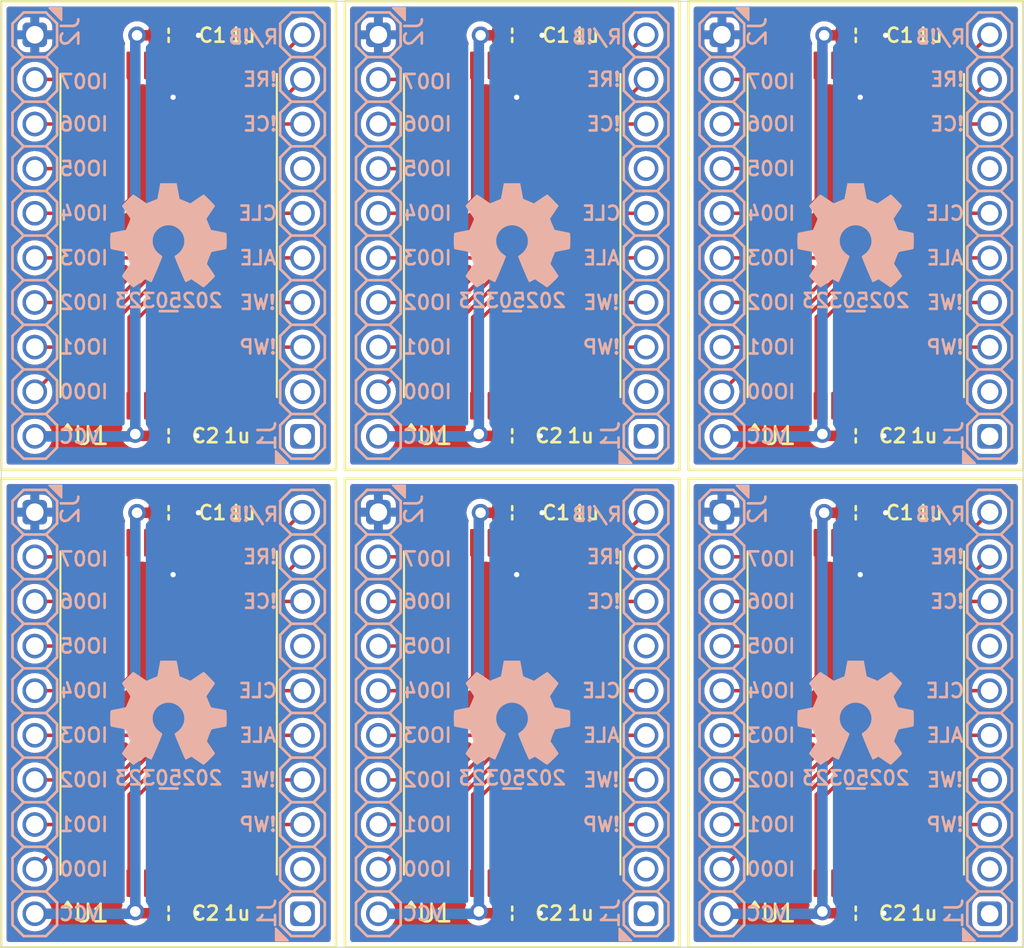
<source format=kicad_pcb>
(kicad_pcb (version 20240108) (generator "pcbnew") (generator_version "8.0")
  (layers (0 "F.Cu" mixed) (31 "B.Cu" mixed) (34 "B.Paste" user) (35 "F.Paste" user) (36 "B.SilkS" user "B.Silkscreen") (37 "F.SilkS" user "F.Silkscreen") (38 "B.Mask" user) (39 "F.Mask" user) (44 "Edge.Cuts" user))
  (net 0 "")
  (net 1 "/VCC")
  (net 2 "/VSS")
  (net 3 "/CLE")
  (net 4 "/!WE")
  (net 5 "/!WP")
  (net 8 "/!CE")
  (net 9 "/R{slash}!B")
  (net 10 "/ALE")
  (net 11 "/!RE")
  (net 12 "/I{slash}O5")
  (net 13 "/I{slash}O7")
  (net 14 "/I{slash}O6")
  (net 15 "/I{slash}O3")
  (net 16 "/I{slash}O4")
  (net 17 "/I{slash}O1")
  (net 18 "/I{slash}O2")
  (net 19 "/I{slash}O0")
  (footprint "SquantorCapacitor:C_0603" (layer "F.Cu") (at 50.8 39.4)
    (property "Reference" "C1")
    (property "Value" "1u")
  )
  (footprint "SquantorCapacitor:C_0603" (layer "F.Cu") (at 50.8 66.578)
    (property "Reference" "C1")
    (property "Value" "1u")
  )
  (footprint "Package_SO:TSOP-I-48_18.4x12mm_P0.5mm" (layer "F.Cu") (at 70.358 77.978 90)
    (property "Reference" "U1")
    (property "Value" "~")
  )
  (footprint "SquantorCapacitor:C_0603" (layer "F.Cu") (at 50.8 89.378)
    (property "Reference" "C2")
    (property "Value" "1u")
  )
  (footprint "SquantorCapacitor:C_0603" (layer "F.Cu") (at 89.916 66.578)
    (property "Reference" "C1")
    (property "Value" "1u")
  )
  (footprint "SquantorCapacitor:C_0603" (layer "F.Cu") (at 89.916 89.378)
    (property "Reference" "C2")
    (property "Value" "1u")
  )
  (footprint "Package_SO:TSOP-I-48_18.4x12mm_P0.5mm" (layer "F.Cu") (at 50.8 50.8 90)
    (property "Reference" "U1")
    (property "Value" "~")
  )
  (footprint "SquantorCapacitor:C_0603" (layer "F.Cu") (at 89.916 39.4)
    (property "Reference" "C1")
    (property "Value" "1u")
  )
  (footprint "SquantorCapacitor:C_0603" (layer "F.Cu") (at 70.358 39.4)
    (property "Reference" "C1")
    (property "Value" "1u")
  )
  (footprint "SquantorCapacitor:C_0603" (layer "F.Cu") (at 50.8 62.2)
    (property "Reference" "C2")
    (property "Value" "1u")
  )
  (footprint "Package_SO:TSOP-I-48_18.4x12mm_P0.5mm" (layer "F.Cu") (at 89.916 77.978 90)
    (property "Reference" "U1")
    (property "Value" "~")
  )
  (footprint "Package_SO:TSOP-I-48_18.4x12mm_P0.5mm" (layer "F.Cu") (at 89.916 50.8 90)
    (property "Reference" "U1")
    (property "Value" "~")
  )
  (footprint "SquantorCapacitor:C_0603" (layer "F.Cu") (at 89.916 62.2)
    (property "Reference" "C2")
    (property "Value" "1u")
  )
  (footprint "SquantorCapacitor:C_0603" (layer "F.Cu") (at 70.358 62.2)
    (property "Reference" "C2")
    (property "Value" "1u")
  )
  (footprint "SquantorCapacitor:C_0603" (layer "F.Cu") (at 70.358 89.378)
    (property "Reference" "C2")
    (property "Value" "1u")
  )
  (footprint "Package_SO:TSOP-I-48_18.4x12mm_P0.5mm" (layer "F.Cu") (at 50.8 77.978 90)
    (property "Reference" "U1")
    (property "Value" "~")
  )
  (footprint "Package_SO:TSOP-I-48_18.4x12mm_P0.5mm" (layer "F.Cu") (at 70.358 50.8 90)
    (property "Reference" "U1")
    (property "Value" "~")
  )
  (footprint "SquantorCapacitor:C_0603" (layer "F.Cu") (at 70.358 66.578)
    (property "Reference" "C1")
    (property "Value" "1u")
  )
  (footprint "SquantorLabels:Label_Generic" (layer "B.Cu") (at 50.8 54.5 180)
    (property "Reference" "N1" (hide yes))
    (property "Value" "20250323")
  )
  (footprint "Symbol:OSHW-Symbol_6.7x6mm_SilkScreen" (layer "B.Cu") (at 50.8 50.8 180)
    (property "Reference" "N2" (hide yes))
    (property "Value" "OHWLOGO" (hide yes))
  )
  (footprint "SquantorLabels:Label_Generic" (layer "B.Cu") (at 89.916 54.5 180)
    (property "Reference" "N1" (hide yes))
    (property "Value" "20250323")
  )
  (footprint "SquantorConnectors:Header-0254-1X10-H010" (layer "B.Cu") (at 97.536 77.978 90)
    (property "Reference" "J1")
    (property "Value" "Conn_01x10")
  )
  (footprint "SquantorConnectors:Header-0254-1X10-H010" (layer "B.Cu") (at 58.42 50.8 90)
    (property "Reference" "J1")
    (property "Value" "Conn_01x10")
  )
  (footprint "SquantorConnectors:Header-0254-1X10-H010" (layer "B.Cu") (at 77.978 77.978 90)
    (property "Reference" "J1")
    (property "Value" "Conn_01x10")
  )
  (footprint "SquantorConnectors:Header-0254-1X10-H010" (layer "B.Cu") (at 77.978 50.8 90)
    (property "Reference" "J1")
    (property "Value" "Conn_01x10")
  )
  (footprint "SquantorConnectors:Header-0254-1X10-H010" (layer "B.Cu") (at 43.18 77.978 -90)
    (property "Reference" "J2")
    (property "Value" "Conn_01x10")
  )
  (footprint "SquantorConnectors:Header-0254-1X10-H010" (layer "B.Cu") (at 62.738 50.8 -90)
    (property "Reference" "J2")
    (property "Value" "Conn_01x10")
  )
  (footprint "Symbol:OSHW-Symbol_6.7x6mm_SilkScreen" (layer "B.Cu") (at 89.916 77.978 180)
    (property "Reference" "N2" (hide yes))
    (property "Value" "OHWLOGO" (hide yes))
  )
  (footprint "SquantorConnectors:Header-0254-1X10-H010" (layer "B.Cu") (at 82.296 50.8 -90)
    (property "Reference" "J2")
    (property "Value" "Conn_01x10")
  )
  (footprint "SquantorConnectors:Header-0254-1X10-H010" (layer "B.Cu") (at 82.296 77.978 -90)
    (property "Reference" "J2")
    (property "Value" "Conn_01x10")
  )
  (footprint "SquantorConnectors:Header-0254-1X10-H010" (layer "B.Cu") (at 62.738 77.978 -90)
    (property "Reference" "J2")
    (property "Value" "Conn_01x10")
  )
  (footprint "SquantorLabels:Label_Generic" (layer "B.Cu") (at 70.358 81.678 180)
    (property "Reference" "N1" (hide yes))
    (property "Value" "20250323")
  )
  (footprint "Symbol:OSHW-Symbol_6.7x6mm_SilkScreen" (layer "B.Cu") (at 70.358 50.8 180)
    (property "Reference" "N2" (hide yes))
    (property "Value" "OHWLOGO" (hide yes))
  )
  (footprint "Symbol:OSHW-Symbol_6.7x6mm_SilkScreen" (layer "B.Cu") (at 50.8 77.978 180)
    (property "Reference" "N2" (hide yes))
    (property "Value" "OHWLOGO" (hide yes))
  )
  (footprint "SquantorLabels:Label_Generic" (layer "B.Cu") (at 50.8 81.678 180)
    (property "Reference" "N1" (hide yes))
    (property "Value" "20250323")
  )
  (footprint "Symbol:OSHW-Symbol_6.7x6mm_SilkScreen" (layer "B.Cu") (at 89.916 50.8 180)
    (property "Reference" "N2" (hide yes))
    (property "Value" "OHWLOGO" (hide yes))
  )
  (footprint "SquantorConnectors:Header-0254-1X10-H010" (layer "B.Cu") (at 97.536 50.8 90)
    (property "Reference" "J1")
    (property "Value" "Conn_01x10")
  )
  (footprint "Symbol:OSHW-Symbol_6.7x6mm_SilkScreen" (layer "B.Cu") (at 70.358 77.978 180)
    (property "Reference" "N2" (hide yes))
    (property "Value" "OHWLOGO" (hide yes))
  )
  (footprint "SquantorConnectors:Header-0254-1X10-H010" (layer "B.Cu") (at 58.42 77.978 90)
    (property "Reference" "J1")
    (property "Value" "Conn_01x10")
  )
  (footprint "SquantorConnectors:Header-0254-1X10-H010" (layer "B.Cu") (at 43.18 50.8 -90)
    (property "Reference" "J2")
    (property "Value" "Conn_01x10")
  )
  (footprint "SquantorLabels:Label_Generic" (layer "B.Cu") (at 70.358 54.5 180)
    (property "Reference" "N1" (hide yes))
    (property "Value" "20250323")
  )
  (footprint "SquantorLabels:Label_Generic" (layer "B.Cu") (at 89.916 81.678 180)
    (property "Reference" "N1" (hide yes))
    (property "Value" "20250323")
  )
  (gr_line (start 41.275 91.313) (end 41.275 64.643) (stroke (width 0.15)) (layer "F.SilkS"))
  (gr_line (start 99.441 37.465) (end 99.441 64.135) (stroke (width 0.15)) (layer "F.SilkS"))
  (gr_line (start 60.833 64.135) (end 60.833 37.465) (stroke (width 0.15)) (layer "F.SilkS"))
  (gr_line (start 80.391 64.643) (end 99.441 64.643) (stroke (width 0.15)) (layer "F.SilkS"))
  (gr_line (start 60.833 64.643) (end 79.883 64.643) (stroke (width 0.15)) (layer "F.SilkS"))
  (gr_line (start 60.833 37.465) (end 79.883 37.465) (stroke (width 0.15)) (layer "F.SilkS"))
  (gr_line (start 60.325 64.643) (end 60.325 91.313) (stroke (width 0.15)) (layer "F.SilkS"))
  (gr_line (start 60.325 37.465) (end 60.325 64.135) (stroke (width 0.15)) (layer "F.SilkS"))
  (gr_line (start 79.883 64.135) (end 60.833 64.135) (stroke (width 0.15)) (layer "F.SilkS"))
  (gr_line (start 99.441 91.313) (end 80.391 91.313) (stroke (width 0.15)) (layer "F.SilkS"))
  (gr_line (start 99.441 64.643) (end 99.441 91.313) (stroke (width 0.15)) (layer "F.SilkS"))
  (gr_line (start 80.391 91.313) (end 80.391 64.643) (stroke (width 0.15)) (layer "F.SilkS"))
  (gr_line (start 41.275 37.465) (end 60.325 37.465) (stroke (width 0.15)) (layer "F.SilkS"))
  (gr_line (start 41.275 64.135) (end 41.275 37.465) (stroke (width 0.15)) (layer "F.SilkS"))
  (gr_line (start 80.391 64.135) (end 80.391 37.465) (stroke (width 0.15)) (layer "F.SilkS"))
  (gr_line (start 79.883 91.313) (end 60.833 91.313) (stroke (width 0.15)) (layer "F.SilkS"))
  (gr_line (start 99.441 64.135) (end 80.391 64.135) (stroke (width 0.15)) (layer "F.SilkS"))
  (gr_line (start 79.883 64.643) (end 79.883 91.313) (stroke (width 0.15)) (layer "F.SilkS"))
  (gr_line (start 60.325 91.313) (end 41.275 91.313) (stroke (width 0.15)) (layer "F.SilkS"))
  (gr_line (start 60.833 91.313) (end 60.833 64.643) (stroke (width 0.15)) (layer "F.SilkS"))
  (gr_line (start 79.883 37.465) (end 79.883 64.135) (stroke (width 0.15)) (layer "F.SilkS"))
  (gr_line (start 41.275 64.643) (end 60.325 64.643) (stroke (width 0.15)) (layer "F.SilkS"))
  (gr_line (start 60.325 64.135) (end 41.275 64.135) (stroke (width 0.15)) (layer "F.SilkS"))
  (gr_line (start 80.391 37.465) (end 99.441 37.465) (stroke (width 0.15)) (layer "F.SilkS"))
  (gr_line (start 99.441 91.313) (end 41.275 91.313) (stroke (width 0.05)) (layer "Edge.Cuts"))
  (gr_line (start 41.275 91.313) (end 41.275 37.465) (stroke (width 0.05)) (layer "Edge.Cuts"))
  (gr_line (start 99.441 37.465) (end 99.441 91.313) (stroke (width 0.05)) (layer "Edge.Cuts"))
  (gr_line (start 41.275 37.465) (end 99.441 37.465) (stroke (width 0.05)) (layer "Edge.Cuts"))
  (gr_text "IO00" (at 85.09 86.868 0) (layer "B.SilkS") (effects (font (size 0.8 0.8) (thickness 0.15) (bold yes)) (justify mirror)))
  (gr_text "IO00" (at 45.974 86.868 0) (layer "B.SilkS") (effects (font (size 0.8 0.8) (thickness 0.15) (bold yes)) (justify mirror)))
  (gr_text "IO05" (at 85.09 74.168 0) (layer "B.SilkS") (effects (font (size 0.8 0.8) (thickness 0.15) (bold yes)) (justify mirror)))
  (gr_text "IO04" (at 85.09 76.708 0) (layer "B.SilkS") (effects (font (size 0.8 0.8) (thickness 0.15) (bold yes)) (justify mirror)))
  (gr_text "IO07" (at 85.09 42.037 0) (layer "B.SilkS") (effects (font (size 0.8 0.8) (thickness 0.15) (bold yes)) (justify mirror)))
  (gr_text "IO04" (at 85.09 49.53 0) (layer "B.SilkS") (effects (font (size 0.8 0.8) (thickness 0.15) (bold yes)) (justify mirror)))
  (gr_text "!WP" (at 75.438 57.15 0) (layer "B.SilkS") (effects (font (size 0.8 0.8) (thickness 0.15) (bold yes)) (justify mirror)))
  (gr_text "!CE" (at 95.123 44.45 0) (layer "B.SilkS") (effects (font (size 0.8 0.8) (thickness 0.15) (bold yes)) (justify mirror)))
  (gr_text "IO05" (at 65.532 74.168 0) (layer "B.SilkS") (effects (font (size 0.8 0.8) (thickness 0.15) (bold yes)) (justify mirror)))
  (gr_text "IO03" (at 45.974 52.07 0) (layer "B.SilkS") (effects (font (size 0.8 0.8) (thickness 0.15) (bold yes)) (justify mirror)))
  (gr_text "IO01" (at 85.09 57.15 0) (layer "B.SilkS") (effects (font (size 0.8 0.8) (thickness 0.15) (bold yes)) (justify mirror)))
  (gr_text "IO02" (at 65.532 81.788 0) (layer "B.SilkS") (effects (font (size 0.8 0.8) (thickness 0.15) (bold yes)) (justify mirror)))
  (gr_text "IO02" (at 85.09 81.788 0) (layer "B.SilkS") (effects (font (size 0.8 0.8) (thickness 0.15) (bold yes)) (justify mirror)))
  (gr_text "!RE" (at 75.565 41.91 0) (layer "B.SilkS") (effects (font (size 0.8 0.8) (thickness 0.15) (bold yes)) (justify mirror)))
  (gr_text "IO04" (at 65.532 49.53 0) (layer "B.SilkS") (effects (font (size 0.8 0.8) (thickness 0.15) (bold yes)) (justify mirror)))
  (gr_text "VCC" (at 65.278 89.408 0) (layer "B.SilkS") (effects (font (size 0.8 0.8) (thickness 0.15) (bold yes)) (justify mirror)))
  (gr_text "VCC" (at 84.836 62.23 0) (layer "B.SilkS") (effects (font (size 0.8 0.8) (thickness 0.15) (bold yes)) (justify mirror)))
  (gr_text "IO04" (at 65.532 76.708 0) (layer "B.SilkS") (effects (font (size 0.8 0.8) (thickness 0.15) (bold yes)) (justify mirror)))
  (gr_text "IO06" (at 85.09 71.628 0) (layer "B.SilkS") (effects (font (size 0.8 0.8) (thickness 0.15) (bold yes)) (justify mirror)))
  (gr_text "IO03" (at 65.532 52.07 0) (layer "B.SilkS") (effects (font (size 0.8 0.8) (thickness 0.15) (bold yes)) (justify mirror)))
  (gr_text "IO07" (at 45.974 42.037 0) (layer "B.SilkS") (effects (font (size 0.8 0.8) (thickness 0.15) (bold yes)) (justify mirror)))
  (gr_text "!RE" (at 56.007 69.088 0) (layer "B.SilkS") (effects (font (size 0.8 0.8) (thickness 0.15) (bold yes)) (justify mirror)))
  (gr_text "CLE" (at 94.996 76.708 0) (layer "B.SilkS") (effects (font (size 0.8 0.8) (thickness 0.15) (bold yes)) (justify mirror)))
  (gr_text "IO05" (at 45.974 74.168 0) (layer "B.SilkS") (effects (font (size 0.8 0.8) (thickness 0.15) (bold yes)) (justify mirror)))
  (gr_text "!CE" (at 95.123 71.628 0) (layer "B.SilkS") (effects (font (size 0.8 0.8) (thickness 0.15) (bold yes)) (justify mirror)))
  (gr_text "IO00" (at 65.532 86.868 0) (layer "B.SilkS") (effects (font (size 0.8 0.8) (thickness 0.15) (bold yes)) (justify mirror)))
  (gr_text "VCC" (at 65.278 62.23 0) (layer "B.SilkS") (effects (font (size 0.8 0.8) (thickness 0.15) (bold yes)) (justify mirror)))
  (gr_text "IO00" (at 45.974 59.69 0) (layer "B.SilkS") (effects (font (size 0.8 0.8) (thickness 0.15) (bold yes)) (justify mirror)))
  (gr_text "!RE" (at 75.565 69.088 0) (layer "B.SilkS") (effects (font (size 0.8 0.8) (thickness 0.15) (bold yes)) (justify mirror)))
  (gr_text "!WE" (at 94.996 81.788 0) (layer "B.SilkS") (effects (font (size 0.8 0.8) (thickness 0.15) (bold yes)) (justify mirror)))
  (gr_text "IO05" (at 65.532 46.99 0) (layer "B.SilkS") (effects (font (size 0.8 0.8) (thickness 0.15) (bold yes)) (justify mirror)))
  (gr_text "!RE" (at 56.007 41.91 0) (layer "B.SilkS") (effects (font (size 0.8 0.8) (thickness 0.15) (bold yes)) (justify mirror)))
  (gr_text "!WP" (at 55.88 84.328 0) (layer "B.SilkS") (effects (font (size 0.8 0.8) (thickness 0.15) (bold yes)) (justify mirror)))
  (gr_text "ALE" (at 55.88 52.07 0) (layer "B.SilkS") (effects (font (size 0.8 0.8) (thickness 0.15) (bold yes)) (justify mirror)))
  (gr_text "!WE" (at 55.88 54.61 0) (layer "B.SilkS") (effects (font (size 0.8 0.8) (thickness 0.15) (bold yes)) (justify mirror)))
  (gr_text "CLE" (at 75.438 49.53 0) (layer "B.SilkS") (effects (font (size 0.8 0.8) (thickness 0.15) (bold yes)) (justify mirror)))
  (gr_text "IO03" (at 85.09 79.248 0) (layer "B.SilkS") (effects (font (size 0.8 0.8) (thickness 0.15) (bold yes)) (justify mirror)))
  (gr_text "IO05" (at 85.09 46.99 0) (layer "B.SilkS") (effects (font (size 0.8 0.8) (thickness 0.15) (bold yes)) (justify mirror)))
  (gr_text "!WP" (at 94.996 84.328 0) (layer "B.SilkS") (effects (font (size 0.8 0.8) (thickness 0.15) (bold yes)) (justify mirror)))
  (gr_text "IO02" (at 45.974 81.788 0) (layer "B.SilkS") (effects (font (size 0.8 0.8) (thickness 0.15) (bold yes)) (justify mirror)))
  (gr_text "IO06" (at 65.532 71.628 0) (layer "B.SilkS") (effects (font (size 0.8 0.8) (thickness 0.15) (bold yes)) (justify mirror)))
  (gr_text "!WE" (at 75.438 81.788 0) (layer "B.SilkS") (effects (font (size 0.8 0.8) (thickness 0.15) (bold yes)) (justify mirror)))
  (gr_text "IO00" (at 85.09 59.69 0) (layer "B.SilkS") (effects (font (size 0.8 0.8) (thickness 0.15) (bold yes)) (justify mirror)))
  (gr_text "IO05" (at 45.974 46.99 0) (layer "B.SilkS") (effects (font (size 0.8 0.8) (thickness 0.15) (bold yes)) (justify mirror)))
  (gr_text "IO07" (at 65.532 42.037 0) (layer "B.SilkS") (effects (font (size 0.8 0.8) (thickness 0.15) (bold yes)) (justify mirror)))
  (gr_text "IO01" (at 65.532 84.328 0) (layer "B.SilkS") (effects (font (size 0.8 0.8) (thickness 0.15) (bold yes)) (justify mirror)))
  (gr_text "IO06" (at 65.532 44.45 0) (layer "B.SilkS") (effects (font (size 0.8 0.8) (thickness 0.15) (bold yes)) (justify mirror)))
  (gr_text "R/!B" (at 55.626 66.675 0) (layer "B.SilkS") (effects (font (size 0.8 0.8) (thickness 0.15) (bold yes)) (justify mirror)))
  (gr_text "!WP" (at 55.88 57.15 0) (layer "B.SilkS") (effects (font (size 0.8 0.8) (thickness 0.15) (bold yes)) (justify mirror)))
  (gr_text "IO02" (at 65.532 54.61 0) (layer "B.SilkS") (effects (font (size 0.8 0.8) (thickness 0.15) (bold yes)) (justify mirror)))
  (gr_text "ALE" (at 55.88 79.248 0) (layer "B.SilkS") (effects (font (size 0.8 0.8) (thickness 0.15) (bold yes)) (justify mirror)))
  (gr_text "IO07" (at 45.974 69.215 0) (layer "B.SilkS") (effects (font (size 0.8 0.8) (thickness 0.15) (bold yes)) (justify mirror)))
  (gr_text "ALE" (at 75.438 79.248 0) (layer "B.SilkS") (effects (font (size 0.8 0.8) (thickness 0.15) (bold yes)) (justify mirror)))
  (gr_text "IO04" (at 45.974 76.708 0) (layer "B.SilkS") (effects (font (size 0.8 0.8) (thickness 0.15) (bold yes)) (justify mirror)))
  (gr_text "R/!B" (at 75.184 39.497 0) (layer "B.SilkS") (effects (font (size 0.8 0.8) (thickness 0.15) (bold yes)) (justify mirror)))
  (gr_text "IO07" (at 65.532 69.215 0) (layer "B.SilkS") (effects (font (size 0.8 0.8) (thickness 0.15) (bold yes)) (justify mirror)))
  (gr_text "IO01" (at 85.09 84.328 0) (layer "B.SilkS") (effects (font (size 0.8 0.8) (thickness 0.15) (bold yes)) (justify mirror)))
  (gr_text "R/!B" (at 55.626 39.497 0) (layer "B.SilkS") (effects (font (size 0.8 0.8) (thickness 0.15) (bold yes)) (justify mirror)))
  (gr_text "CLE" (at 55.88 49.53 0) (layer "B.SilkS") (effects (font (size 0.8 0.8) (thickness 0.15) (bold yes)) (justify mirror)))
  (gr_text "IO06" (at 85.09 44.45 0) (layer "B.SilkS") (effects (font (size 0.8 0.8) (thickness 0.15) (bold yes)) (justify mirror)))
  (gr_text "CLE" (at 55.88 76.708 0) (layer "B.SilkS") (effects (font (size 0.8 0.8) (thickness 0.15) (bold yes)) (justify mirror)))
  (gr_text "IO01" (at 45.974 84.328 0) (layer "B.SilkS") (effects (font (size 0.8 0.8) (thickness 0.15) (bold yes)) (justify mirror)))
  (gr_text "IO00" (at 65.532 59.69 0) (layer "B.SilkS") (effects (font (size 0.8 0.8) (thickness 0.15) (bold yes)) (justify mirror)))
  (gr_text "!WP" (at 75.438 84.328 0) (layer "B.SilkS") (effects (font (size 0.8 0.8) (thickness 0.15) (bold yes)) (justify mirror)))
  (gr_text "R/!B" (at 94.742 39.497 0) (layer "B.SilkS") (effects (font (size 0.8 0.8) (thickness 0.15) (bold yes)) (justify mirror)))
  (gr_text "IO01" (at 45.974 57.15 0) (layer "B.SilkS") (effects (font (size 0.8 0.8) (thickness 0.15) (bold yes)) (justify mirror)))
  (gr_text "!CE" (at 75.565 71.628 0) (layer "B.SilkS") (effects (font (size 0.8 0.8) (thickness 0.15) (bold yes)) (justify mirror)))
  (gr_text "VCC" (at 84.836 89.408 0) (layer "B.SilkS") (effects (font (size 0.8 0.8) (thickness 0.15) (bold yes)) (justify mirror)))
  (gr_text "CLE" (at 75.438 76.708 0) (layer "B.SilkS") (effects (font (size 0.8 0.8) (thickness 0.15) (bold yes)) (justify mirror)))
  (gr_text "IO03" (at 85.09 52.07 0) (layer "B.SilkS") (effects (font (size 0.8 0.8) (thickness 0.15) (bold yes)) (justify mirror)))
  (gr_text "ALE" (at 94.996 79.248 0) (layer "B.SilkS") (effects (font (size 0.8 0.8) (thickness 0.15) (bold yes)) (justify mirror)))
  (gr_text "IO02" (at 45.974 54.61 0) (layer "B.SilkS") (effects (font (size 0.8 0.8) (thickness 0.15) (bold yes)) (justify mirror)))
  (gr_text "!RE" (at 95.123 41.91 0) (layer "B.SilkS") (effects (font (size 0.8 0.8) (thickness 0.15) (bold yes)) (justify mirror)))
  (gr_text "R/!B" (at 75.184 66.675 0) (layer "B.SilkS") (effects (font (size 0.8 0.8) (thickness 0.15) (bold yes)) (justify mirror)))
  (gr_text "!CE" (at 56.007 44.45 0) (layer "B.SilkS") (effects (font (size 0.8 0.8) (thickness 0.15) (bold yes)) (justify mirror)))
  (gr_text "CLE" (at 94.996 49.53 0) (layer "B.SilkS") (effects (font (size 0.8 0.8) (thickness 0.15) (bold yes)) (justify mirror)))
  (gr_text "ALE" (at 75.438 52.07 0) (layer "B.SilkS") (effects (font (size 0.8 0.8) (thickness 0.15) (bold yes)) (justify mirror)))
  (gr_text "IO03" (at 45.974 79.248 0) (layer "B.SilkS") (effects (font (size 0.8 0.8) (thickness 0.15) (bold yes)) (justify mirror)))
  (gr_text "!WE" (at 75.438 54.61 0) (layer "B.SilkS") (effects (font (size 0.8 0.8) (thickness 0.15) (bold yes)) (justify mirror)))
  (gr_text "IO03" (at 65.532 79.248 0) (layer "B.SilkS") (effects (font (size 0.8 0.8) (thickness 0.15) (bold yes)) (justify mirror)))
  (gr_text "!RE" (at 95.123 69.088 0) (layer "B.SilkS") (effects (font (size 0.8 0.8) (thickness 0.15) (bold yes)) (justify mirror)))
  (gr_text "!WP" (at 94.996 57.15 0) (layer "B.SilkS") (effects (font (size 0.8 0.8) (thickness 0.15) (bold yes)) (justify mirror)))
  (gr_text "!WE" (at 55.88 81.788 0) (layer "B.SilkS") (effects (font (size 0.8 0.8) (thickness 0.15) (bold yes)) (justify mirror)))
  (gr_text "IO02" (at 85.09 54.61 0) (layer "B.SilkS") (effects (font (size 0.8 0.8) (thickness 0.15) (bold yes)) (justify mirror)))
  (gr_text "IO01" (at 65.532 57.15 0) (layer "B.SilkS") (effects (font (size 0.8 0.8) (thickness 0.15) (bold yes)) (justify mirror)))
  (gr_text "IO06" (at 45.974 44.45 0) (layer "B.SilkS") (effects (font (size 0.8 0.8) (thickness 0.15) (bold yes)) (justify mirror)))
  (gr_text "VCC" (at 45.72 89.408 0) (layer "B.SilkS") (effects (font (size 0.8 0.8) (thickness 0.15) (bold yes)) (justify mirror)))
  (gr_text "!CE" (at 56.007 71.628 0) (layer "B.SilkS") (effects (font (size 0.8 0.8) (thickness 0.15) (bold yes)) (justify mirror)))
  (gr_text "!WE" (at 94.996 54.61 0) (layer "B.SilkS") (effects (font (size 0.8 0.8) (thickness 0.15) (bold yes)) (justify mirror)))
  (gr_text "IO07" (at 85.09 69.215 0) (layer "B.SilkS") (effects (font (size 0.8 0.8) (thickness 0.15) (bold yes)) (justify mirror)))
  (gr_text "IO06" (at 45.974 71.628 0) (layer "B.SilkS") (effects (font (size 0.8 0.8) (thickness 0.15) (bold yes)) (justify mirror)))
  (gr_text "ALE" (at 94.996 52.07 0) (layer "B.SilkS") (effects (font (size 0.8 0.8) (thickness 0.15) (bold yes)) (justify mirror)))
  (gr_text "IO04" (at 45.974 49.53 0) (layer "B.SilkS") (effects (font (size 0.8 0.8) (thickness 0.15) (bold yes)) (justify mirror)))
  (gr_text "R/!B" (at 94.742 66.675 0) (layer "B.SilkS") (effects (font (size 0.8 0.8) (thickness 0.15) (bold yes)) (justify mirror)))
  (gr_text "VCC" (at 45.72 62.23 0) (layer "B.SilkS") (effects (font (size 0.8 0.8) (thickness 0.15) (bold yes)) (justify mirror)))
  (gr_text "!CE" (at 75.565 44.45 0) (layer "B.SilkS") (effects (font (size 0.8 0.8) (thickness 0.15) (bold yes)) (justify mirror)))
  (segment (start 89.666 41.1125) (end 89.666 39.9) (width 0.2) (layer "F.Cu") (net 1))
  (segment (start 48.9 62.1) (end 49 62.2) (width 0.6) (layer "F.Cu") (net 1))
  (segment (start 88.116 39.4) (end 89.166 39.4) (width 0.6) (layer "F.Cu") (net 1))
  (segment (start 68.558 62.2) (end 69.608 62.2) (width 0.6) (layer "F.Cu") (net 1))
  (segment (start 89.666 68.2905) (end 89.666 67.078) (width 0.2) (layer "F.Cu") (net 1))
  (segment (start 69.608 62.2) (end 70.108 61.7) (width 0.2) (layer "F.Cu") (net 1))
  (segment (start 49 66.578) (end 50.05 66.578) (width 0.6) (layer "F.Cu") (net 1))
  (segment (start 49 62.2) (end 50.05 62.2) (width 0.6) (layer "F.Cu") (net 1))
  (segment (start 70.108 41.1125) (end 70.108 39.9) (width 0.2) (layer "F.Cu") (net 1))
  (segment (start 70.108 39.9) (end 69.608 39.4) (width 0.2) (layer "F.Cu") (net 1))
  (segment (start 68.558 89.378) (end 69.608 89.378) (width 0.6) (layer "F.Cu") (net 1))
  (segment (start 50.55 88.878) (end 50.55 87.6655) (width 0.2) (layer "F.Cu") (net 1))
  (segment (start 88.116 89.378) (end 89.166 89.378) (width 0.6) (layer "F.Cu") (net 1))
  (segment (start 89.666 61.7) (end 89.666 60.4875) (width 0.2) (layer "F.Cu") (net 1))
  (segment (start 70.108 88.878) (end 70.108 87.6655) (width 0.2) (layer "F.Cu") (net 1))
  (segment (start 88.016 62.1) (end 88.116 62.2) (width 0.6) (layer "F.Cu") (net 1))
  (segment (start 89.666 39.9) (end 89.166 39.4) (width 0.2) (layer "F.Cu") (net 1))
  (segment (start 88.016 89.278) (end 88.116 89.378) (width 0.6) (layer "F.Cu") (net 1))
  (segment (start 48.9 89.278) (end 49 89.378) (width 0.6) (layer "F.Cu") (net 1))
  (segment (start 68.458 62.1) (end 68.558 62.2) (width 0.6) (layer "F.Cu") (net 1))
  (segment (start 89.166 62.2) (end 89.666 61.7) (width 0.2) (layer "F.Cu") (net 1))
  (segment (start 69.608 89.378) (end 70.108 88.878) (width 0.2) (layer "F.Cu") (net 1))
  (segment (start 89.166 89.378) (end 89.666 88.878) (width 0.2) (layer "F.Cu") (net 1))
  (segment (start 50.05 62.2) (end 50.55 61.7) (width 0.2) (layer "F.Cu") (net 1))
  (segment (start 70.108 68.2905) (end 70.108 67.078) (width 0.2) (layer "F.Cu") (net 1))
  (segment (start 49 39.4) (end 50.05 39.4) (width 0.6) (layer "F.Cu") (net 1))
  (segment (start 68.558 66.578) (end 69.608 66.578) (width 0.6) (layer "F.Cu") (net 1))
  (segment (start 50.55 61.7) (end 50.55 60.4875) (width 0.2) (layer "F.Cu") (net 1))
  (segment (start 68.458 89.278) (end 68.558 89.378) (width 0.6) (layer "F.Cu") (net 1))
  (segment (start 70.108 67.078) (end 69.608 66.578) (width 0.2) (layer "F.Cu") (net 1))
  (segment (start 50.55 39.9) (end 50.05 39.4) (width 0.2) (layer "F.Cu") (net 1))
  (segment (start 50.55 68.2905) (end 50.55 67.078) (width 0.2) (layer "F.Cu") (net 1))
  (segment (start 50.05 89.378) (end 50.55 88.878) (width 0.2) (layer "F.Cu") (net 1))
  (segment (start 50.55 67.078) (end 50.05 66.578) (width 0.2) (layer "F.Cu") (net 1))
  (segment (start 68.558 39.4) (end 69.608 39.4) (width 0.6) (layer "F.Cu") (net 1))
  (segment (start 88.116 62.2) (end 89.166 62.2) (width 0.6) (layer "F.Cu") (net 1))
  (segment (start 50.55 41.1125) (end 50.55 39.9) (width 0.2) (layer "F.Cu") (net 1))
  (segment (start 89.666 67.078) (end 89.166 66.578) (width 0.2) (layer "F.Cu") (net 1))
  (segment (start 88.116 66.578) (end 89.166 66.578) (width 0.6) (layer "F.Cu") (net 1))
  (segment (start 49 89.378) (end 50.05 89.378) (width 0.6) (layer "F.Cu") (net 1))
  (segment (start 89.666 88.878) (end 89.666 87.6655) (width 0.2) (layer "F.Cu") (net 1))
  (segment (start 70.108 61.7) (end 70.108 60.4875) (width 0.2) (layer "F.Cu") (net 1))
  (via (at 68.458 89.278) (size 1) (drill 0.6) (layers "F.Cu" "B.Cu") (net 1))
  (via (at 88.016 62.1) (size 1) (drill 0.6) (layers "F.Cu" "B.Cu") (net 1))
  (via (at 68.558 66.578) (size 1) (drill 0.6) (layers "F.Cu" "B.Cu") (net 1))
  (via (at 88.116 66.578) (size 1) (drill 0.6) (layers "F.Cu" "B.Cu") (net 1))
  (via (at 68.458 62.1) (size 1) (drill 0.6) (layers "F.Cu" "B.Cu") (net 1))
  (via (at 49 39.4) (size 1) (drill 0.6) (layers "F.Cu" "B.Cu") (net 1))
  (via (at 88.116 39.4) (size 1) (drill 0.6) (layers "F.Cu" "B.Cu") (net 1))
  (via (at 48.9 89.278) (size 1) (drill 0.6) (layers "F.Cu" "B.Cu") (net 1))
  (via (at 49 66.578) (size 1) (drill 0.6) (layers "F.Cu" "B.Cu") (net 1))
  (via (at 68.558 39.4) (size 1) (drill 0.6) (layers "F.Cu" "B.Cu") (net 1))
  (via (at 48.9 62.1) (size 1) (drill 0.6) (layers "F.Cu" "B.Cu") (net 1))
  (via (at 88.016 89.278) (size 1) (drill 0.6) (layers "F.Cu" "B.Cu") (net 1))
  (segment (start 88.016 89.278) (end 87.886 89.408) (width 0.6) (layer "B.Cu") (net 1))
  (segment (start 88.016 66.678) (end 88.116 66.578) (width 0.6) (layer "B.Cu") (net 1))
  (segment (start 88.016 62.1) (end 87.886 62.23) (width 0.6) (layer "B.Cu") (net 1))
  (segment (start 68.458 89.278) (end 68.328 89.408) (width 0.6) (layer "B.Cu") (net 1))
  (segment (start 68.328 62.23) (end 62.738 62.23) (width 0.6) (layer "B.Cu") (net 1))
  (segment (start 88.016 39.5) (end 88.116 39.4) (width 0.6) (layer "B.Cu") (net 1))
  (segment (start 48.9 89.278) (end 48.9 66.678) (width 0.6) (layer "B.Cu") (net 1))
  (segment (start 87.886 89.408) (end 82.296 89.408) (width 0.6) (layer "B.Cu") (net 1))
  (segment (start 68.328 89.408) (end 62.738 89.408) (width 0.6) (layer "B.Cu") (net 1))
  (segment (start 68.458 62.1) (end 68.328 62.23) (width 0.6) (layer "B.Cu") (net 1))
  (segment (start 88.016 62.1) (end 88.016 39.5) (width 0.6) (layer "B.Cu") (net 1))
  (segment (start 48.77 62.23) (end 43.18 62.23) (width 0.6) (layer "B.Cu") (net 1))
  (segment (start 68.458 39.5) (end 68.558 39.4) (width 0.6) (layer "B.Cu") (net 1))
  (segment (start 48.77 89.408) (end 43.18 89.408) (width 0.6) (layer "B.Cu") (net 1))
  (segment (start 48.9 62.1) (end 48.77 62.23) (width 0.6) (layer "B.Cu") (net 1))
  (segment (start 68.458 89.278) (end 68.458 66.678) (width 0.6) (layer "B.Cu") (net 1))
  (segment (start 48.9 89.278) (end 48.77 89.408) (width 0.6) (layer "B.Cu") (net 1))
  (segment (start 48.9 66.678) (end 49 66.578) (width 0.6) (layer "B.Cu") (net 1))
  (segment (start 68.458 66.678) (end 68.558 66.578) (width 0.6) (layer "B.Cu") (net 1))
  (segment (start 87.886 62.23) (end 82.296 62.23) (width 0.6) (layer "B.Cu") (net 1))
  (segment (start 48.9 39.5) (end 49 39.4) (width 0.6) (layer "B.Cu") (net 1))
  (segment (start 48.9 62.1) (end 48.9 39.5) (width 0.6) (layer "B.Cu") (net 1))
  (segment (start 68.458 62.1) (end 68.458 39.5) (width 0.6) (layer "B.Cu") (net 1))
  (segment (start 88.016 89.278) (end 88.016 66.678) (width 0.6) (layer "B.Cu") (net 1))
  (segment (start 70.608 41.1125) (end 70.608 39.9) (width 0.2) (layer "F.Cu") (net 2))
  (segment (start 90.666 62.2) (end 90.166 61.7) (width 0.2) (layer "F.Cu") (net 2))
  (segment (start 90.166 42.922) (end 90.17 42.926) (width 0.2) (layer "F.Cu") (net 2))
  (segment (start 90.166 41.1125) (end 90.166 42.922) (width 0.2) (layer "F.Cu") (net 2))
  (segment (start 71.108 62.2) (end 70.608 61.7) (width 0.2) (layer "F.Cu") (net 2))
  (segment (start 51.05 68.2905) (end 51.05 67.078) (width 0.2) (layer "F.Cu") (net 2))
  (segment (start 51.05 68.2905) (end 51.05 70.1) (width 0.2) (layer "F.Cu") (net 2))
  (segment (start 51.05 42.922) (end 51.054 42.926) (width 0.2) (layer "F.Cu") (net 2))
  (segment (start 90.666 89.378) (end 90.166 88.878) (width 0.2) (layer "F.Cu") (net 2))
  (segment (start 70.608 67.078) (end 71.108 66.578) (width 0.2) (layer "F.Cu") (net 2))
  (segment (start 51.05 70.1) (end 51.054 70.104) (width 0.2) (layer "F.Cu") (net 2))
  (segment (start 51.55 89.378) (end 51.05 88.878) (width 0.2) (layer "F.Cu") (net 2))
  (segment (start 70.608 68.2905) (end 70.608 70.1) (width 0.2) (layer "F.Cu") (net 2))
  (segment (start 90.166 61.7) (end 90.166 60.4875) (width 0.2) (layer "F.Cu") (net 2))
  (segment (start 70.608 42.922) (end 70.612 42.926) (width 0.2) (layer "F.Cu") (net 2))
  (segment (start 70.608 61.7) (end 70.608 60.4875) (width 0.2) (layer "F.Cu") (net 2))
  (segment (start 51.05 88.878) (end 51.05 87.6655) (width 0.2) (layer "F.Cu") (net 2))
  (segment (start 70.608 70.1) (end 70.612 70.104) (width 0.2) (layer "F.Cu") (net 2))
  (segment (start 90.166 68.2905) (end 90.166 70.1) (width 0.2) (layer "F.Cu") (net 2))
  (segment (start 90.166 88.878) (end 90.166 87.6655) (width 0.2) (layer "F.Cu") (net 2))
  (segment (start 70.608 88.878) (end 70.608 87.6655) (width 0.2) (layer "F.Cu") (net 2))
  (segment (start 90.166 41.1125) (end 90.166 39.9) (width 0.2) (layer "F.Cu") (net 2))
  (segment (start 70.608 68.2905) (end 70.608 67.078) (width 0.2) (layer "F.Cu") (net 2))
  (segment (start 90.166 67.078) (end 90.666 66.578) (width 0.2) (layer "F.Cu") (net 2))
  (segment (start 71.108 89.378) (end 70.608 88.878) (width 0.2) (layer "F.Cu") (net 2))
  (segment (start 90.166 70.1) (end 90.17 70.104) (width 0.2) (layer "F.Cu") (net 2))
  (segment (start 90.166 39.9) (end 90.666 39.4) (width 0.2) (layer "F.Cu") (net 2))
  (segment (start 70.608 39.9) (end 71.108 39.4) (width 0.2) (layer "F.Cu") (net 2))
  (segment (start 90.166 68.2905) (end 90.166 67.078) (width 0.2) (layer "F.Cu") (net 2))
  (segment (start 51.55 62.2) (end 51.05 61.7) (width 0.2) (layer "F.Cu") (net 2))
  (segment (start 70.608 41.1125) (end 70.608 42.922) (width 0.2) (layer "F.Cu") (net 2))
  (segment (start 51.05 39.9) (end 51.55 39.4) (width 0.2) (layer "F.Cu") (net 2))
  (segment (start 51.05 41.1125) (end 51.05 42.922) (width 0.2) (layer "F.Cu") (net 2))
  (segment (start 51.05 61.7) (end 51.05 60.4875) (width 0.2) (layer "F.Cu") (net 2))
  (segment (start 51.05 41.1125) (end 51.05 39.9) (width 0.2) (layer "F.Cu") (net 2))
  (segment (start 51.05 67.078) (end 51.55 66.578) (width 0.2) (layer "F.Cu") (net 2))
  (via (at 90.17 70.104) (size 0.7) (drill 0.3) (layers "F.Cu" "B.Cu") (net 2))
  (via (at 52.5 39.4) (size 0.7) (drill 0.3) (layers "F.Cu" "B.Cu") (net 2))
  (via (at 70.612 70.104) (size 0.7) (drill 0.3) (layers "F.Cu" "B.Cu") (net 2))
  (via (at 91.616 39.4) (size 0.7) (drill 0.3) (layers "F.Cu" "B.Cu") (net 2))
  (via (at 91.616 66.578) (size 0.7) (drill 0.3) (layers "F.Cu" "B.Cu") (net 2))
  (via (at 71.958 62.2) (size 0.7) (drill 0.3) (layers "F.Cu" "B.Cu") (net 2))
  (via (at 72.058 66.578) (size 0.7) (drill 0.3) (layers "F.Cu" "B.Cu") (net 2))
  (via (at 51.054 42.926) (size 0.7) (drill 0.3) (layers "F.Cu" "B.Cu") (net 2))
  (via (at 91.516 62.2) (size 0.7) (drill 0.3) (layers "F.Cu" "B.Cu") (net 2))
  (via (at 72.058 39.4) (size 0.7) (drill 0.3) (layers "F.Cu" "B.Cu") (net 2))
  (via (at 52.5 66.578) (size 0.7) (drill 0.3) (layers "F.Cu" "B.Cu") (net 2))
  (via (at 70.612 42.926) (size 0.7) (drill 0.3) (layers "F.Cu" "B.Cu") (net 2))
  (via (at 52.4 62.2) (size 0.7) (drill 0.3) (layers "F.Cu" "B.Cu") (net 2))
  (via (at 51.054 70.104) (size 0.7) (drill 0.3) (layers "F.Cu" "B.Cu") (net 2))
  (via (at 71.958 89.378) (size 0.7) (drill 0.3) (layers "F.Cu" "B.Cu") (net 2))
  (via (at 91.516 89.378) (size 0.7) (drill 0.3) (layers "F.Cu" "B.Cu") (net 2))
  (via (at 52.4 89.378) (size 0.7) (drill 0.3) (layers "F.Cu" "B.Cu") (net 2))
  (via (at 90.17 42.926) (size 0.7) (drill 0.3) (layers "F.Cu" "B.Cu") (net 2))
  (segment (start 52.55 87.6655) (end 52.55 79.760744) (width 0.2) (layer "F.Cu") (net 3))
  (segment (start 52.55 52.582744) (end 55.602744 49.53) (width 0.2) (layer "F.Cu") (net 3))
  (segment (start 75.160744 49.53) (end 77.978 49.53) (width 0.2) (layer "F.Cu") (net 3))
  (segment (start 72.108 52.582744) (end 75.160744 49.53) (width 0.2) (layer "F.Cu") (net 3))
  (segment (start 94.718744 49.53) (end 97.536 49.53) (width 0.2) (layer "F.Cu") (net 3))
  (segment (start 72.108 79.760744) (end 75.160744 76.708) (width 0.2) (layer "F.Cu") (net 3))
  (segment (start 94.718744 76.708) (end 97.536 76.708) (width 0.2) (layer "F.Cu") (net 3))
  (segment (start 72.108 60.4875) (end 72.108 52.582744) (width 0.2) (layer "F.Cu") (net 3))
  (segment (start 72.108 87.6655) (end 72.108 79.760744) (width 0.2) (layer "F.Cu") (net 3))
  (segment (start 91.666 60.4875) (end 91.666 52.582744) (width 0.2) (layer "F.Cu") (net 3))
  (segment (start 55.602744 76.708) (end 58.42 76.708) (width 0.2) (layer "F.Cu") (net 3))
  (segment (start 52.55 79.760744) (end 55.602744 76.708) (width 0.2) (layer "F.Cu") (net 3))
  (segment (start 75.160744 76.708) (end 77.978 76.708) (width 0.2) (layer "F.Cu") (net 3))
  (segment (start 91.666 79.760744) (end 94.718744 76.708) (width 0.2) (layer "F.Cu") (net 3))
  (segment (start 91.666 87.6655) (end 91.666 79.760744) (width 0.2) (layer "F.Cu") (net 3))
  (segment (start 55.602744 49.53) (end 58.42 49.53) (width 0.2) (layer "F.Cu") (net 3))
  (segment (start 91.666 52.582744) (end 94.718744 49.53) (width 0.2) (layer "F.Cu") (net 3))
  (segment (start 52.55 60.4875) (end 52.55 52.582744) (width 0.2) (layer "F.Cu") (net 3))
  (segment (start 92.666 82.228) (end 93.106 81.788) (width 0.2) (layer "F.Cu") (net 4))
  (segment (start 53.55 87.6655) (end 53.55 82.228) (width 0.2) (layer "F.Cu") (net 4))
  (segment (start 92.666 60.4875) (end 92.666 55.05) (width 0.2) (layer "F.Cu") (net 4))
  (segment (start 53.99 81.788) (end 58.42 81.788) (width 0.2) (layer "F.Cu") (net 4))
  (segment (start 73.108 55.05) (end 73.548 54.61) (width 0.2) (layer "F.Cu") (net 4))
  (segment (start 53.55 55.05) (end 53.99 54.61) (width 0.2) (layer "F.Cu") (net 4))
  (segment (start 93.106 81.788) (end 97.536 81.788) (width 0.2) (layer "F.Cu") (net 4))
  (segment (start 73.548 54.61) (end 77.978 54.61) (width 0.2) (layer "F.Cu") (net 4))
  (segment (start 73.108 60.4875) (end 73.108 55.05) (width 0.2) (layer "F.Cu") (net 4))
  (segment (start 93.106 54.61) (end 97.536 54.61) (width 0.2) (layer "F.Cu") (net 4))
  (segment (start 53.55 82.228) (end 53.99 81.788) (width 0.2) (layer "F.Cu") (net 4))
  (segment (start 73.108 87.6655) (end 73.108 82.228) (width 0.2) (layer "F.Cu") (net 4))
  (segment (start 53.55 60.4875) (end 53.55 55.05) (width 0.2) (layer "F.Cu") (net 4))
  (segment (start 73.108 82.228) (end 73.548 81.788) (width 0.2) (layer "F.Cu") (net 4))
  (segment (start 92.666 55.05) (end 93.106 54.61) (width 0.2) (layer "F.Cu") (net 4))
  (segment (start 73.548 81.788) (end 77.978 81.788) (width 0.2) (layer "F.Cu") (net 4))
  (segment (start 92.666 87.6655) (end 92.666 82.228) (width 0.2) (layer "F.Cu") (net 4))
  (segment (start 53.99 54.61) (end 58.42 54.61) (width 0.2) (layer "F.Cu") (net 4))
  (segment (start 54.35 84.328) (end 58.42 84.328) (width 0.2) (layer "F.Cu") (net 5))
  (segment (start 93.166 60.4875) (end 93.166 57.45) (width 0.2) (layer "F.Cu") (net 5))
  (segment (start 93.166 84.628) (end 93.466 84.328) (width 0.2) (layer "F.Cu") (net 5))
  (segment (start 93.466 57.15) (end 97.536 57.15) (width 0.2) (layer "F.Cu") (net 5))
  (segment (start 73.908 57.15) (end 77.978 57.15) (width 0.2) (layer "F.Cu") (net 5))
  (segment (start 73.608 84.628) (end 73.908 84.328) (width 0.2) (layer "F.Cu") (net 5))
  (segment (start 54.05 87.6655) (end 54.05 84.628) (width 0.2) (layer "F.Cu") (net 5))
  (segment (start 73.608 87.6655) (end 73.608 84.628) (width 0.2) (layer "F.Cu") (net 5))
  (segment (start 93.466 84.328) (end 97.536 84.328) (width 0.2) (layer "F.Cu") (net 5))
  (segment (start 54.05 60.4875) (end 54.05 57.45) (width 0.2) (layer "F.Cu") (net 5))
  (segment (start 93.166 87.6655) (end 93.166 84.628) (width 0.2) (layer "F.Cu") (net 5))
  (segment (start 54.05 57.45) (end 54.35 57.15) (width 0.2) (layer "F.Cu") (net 5))
  (segment (start 73.908 84.328) (end 77.978 84.328) (width 0.2) (layer "F.Cu") (net 5))
  (segment (start 73.608 60.4875) (end 73.608 57.45) (width 0.2) (layer "F.Cu") (net 5))
  (segment (start 54.05 84.628) (end 54.35 84.328) (width 0.2) (layer "F.Cu") (net 5))
  (segment (start 73.608 57.45) (end 73.908 57.15) (width 0.2) (layer "F.Cu") (net 5))
  (segment (start 93.166 57.45) (end 93.466 57.15) (width 0.2) (layer "F.Cu") (net 5))
  (segment (start 54.35 57.15) (end 58.42 57.15) (width 0.2) (layer "F.Cu") (net 5))
  (segment (start 95.561686 44.45) (end 97.536 44.45) (width 0.2) (layer "F.Cu") (net 8))
  (segment (start 55.75 72.323686) (end 56.445686 71.628) (width 0.2) (layer "F.Cu") (net 8))
  (segment (start 88.166 82.695058) (end 94.866 75.995058) (width 0.2) (layer "F.Cu") (net 8))
  (segment (start 75.308 72.323686) (end 76.003686 71.628) (width 0.2) (layer "F.Cu") (net 8))
  (segment (start 95.561686 71.628) (end 97.536 71.628) (width 0.2) (layer "F.Cu") (net 8))
  (segment (start 76.003686 71.628) (end 77.978 71.628) (width 0.2) (layer "F.Cu") (net 8))
  (segment (start 76.003686 44.45) (end 77.978 44.45) (width 0.2) (layer "F.Cu") (net 8))
  (segment (start 68.608 55.517058) (end 75.308 48.817058) (width 0.2) (layer "F.Cu") (net 8))
  (segment (start 55.75 48.817058) (end 55.75 45.145686) (width 0.2) (layer "F.Cu") (net 8))
  (segment (start 55.75 45.145686) (end 56.445686 44.45) (width 0.2) (layer "F.Cu") (net 8))
  (segment (start 88.166 55.517058) (end 94.866 48.817058) (width 0.2) (layer "F.Cu") (net 8))
  (segment (start 94.866 45.145686) (end 95.561686 44.45) (width 0.2) (layer "F.Cu") (net 8))
  (segment (start 75.308 45.145686) (end 76.003686 44.45) (width 0.2) (layer "F.Cu") (net 8))
  (segment (start 88.166 87.6655) (end 88.166 82.695058) (width 0.2) (layer "F.Cu") (net 8))
  (segment (start 94.866 48.817058) (end 94.866 45.145686) (width 0.2) (layer "F.Cu") (net 8))
  (segment (start 49.05 87.6655) (end 49.05 82.695058) (width 0.2) (layer "F.Cu") (net 8))
  (segment (start 68.608 60.4875) (end 68.608 55.517058) (width 0.2) (layer "F.Cu") (net 8))
  (segment (start 49.05 82.695058) (end 55.75 75.995058) (width 0.2) (layer "F.Cu") (net 8))
  (segment (start 94.866 72.323686) (end 95.561686 71.628) (width 0.2) (layer "F.Cu") (net 8))
  (segment (start 68.608 87.6655) (end 68.608 82.695058) (width 0.2) (layer "F.Cu") (net 8))
  (segment (start 68.608 82.695058) (end 75.308 75.995058) (width 0.2) (layer "F.Cu") (net 8))
  (segment (start 55.75 75.995058) (end 55.75 72.323686) (width 0.2) (layer "F.Cu") (net 8))
  (segment (start 56.445686 71.628) (end 58.42 71.628) (width 0.2) (layer "F.Cu") (net 8))
  (segment (start 56.445686 44.45) (end 58.42 44.45) (width 0.2) (layer "F.Cu") (net 8))
  (segment (start 49.05 55.517058) (end 55.75 48.817058) (width 0.2) (layer "F.Cu") (net 8))
  (segment (start 88.166 60.4875) (end 88.166 55.517058) (width 0.2) (layer "F.Cu") (net 8))
  (segment (start 75.308 48.817058) (end 75.308 45.145686) (width 0.2) (layer "F.Cu") (net 8))
  (segment (start 75.308 75.995058) (end 75.308 72.323686) (width 0.2) (layer "F.Cu") (net 8))
  (segment (start 94.866 75.995058) (end 94.866 72.323686) (width 0.2) (layer "F.Cu") (net 8))
  (segment (start 49.05 60.4875) (end 49.05 55.517058) (width 0.2) (layer "F.Cu") (net 8))
  (segment (start 57.2 42.564314) (end 57.2 40.59) (width 0.2) (layer "F.Cu") (net 9))
  (segment (start 74.508 75.663686) (end 74.508 71.992314) (width 0.2) (layer "F.Cu") (net 9))
  (segment (start 96.316 42.564314) (end 96.316 40.59) (width 0.2) (layer "F.Cu") (net 9))
  (segment (start 57.2 67.768) (end 58.42 66.548) (width 0.2) (layer "F.Cu") (net 9))
  (segment (start 74.508 48.485686) (end 74.508 44.814314) (width 0.2) (layer "F.Cu") (net 9))
  (segment (start 94.066 75.663686) (end 94.066 71.992314) (width 0.2) (layer "F.Cu") (net 9))
  (segment (start 74.508 71.992314) (end 76.758 69.742314) (width 0.2) (layer "F.Cu") (net 9))
  (segment (start 94.066 71.992314) (end 96.316 69.742314) (width 0.2) (layer "F.Cu") (net 9))
  (segment (start 48.05 55.385686) (end 54.95 48.485686) (width 0.2) (layer "F.Cu") (net 9))
  (segment (start 94.066 44.814314) (end 96.316 42.564314) (width 0.2) (layer "F.Cu") (net 9))
  (segment (start 54.95 48.485686) (end 54.95 44.814314) (width 0.2) (layer "F.Cu") (net 9))
  (segment (start 48.05 60.4875) (end 48.05 55.385686) (width 0.2) (layer "F.Cu") (net 9))
  (segment (start 87.166 55.385686) (end 94.066 48.485686) (width 0.2) (layer "F.Cu") (net 9))
  (segment (start 67.608 55.385686) (end 74.508 48.485686) (width 0.2) (layer "F.Cu") (net 9))
  (segment (start 76.758 42.564314) (end 76.758 40.59) (width 0.2) (layer "F.Cu") (net 9))
  (segment (start 48.05 82.563686) (end 54.95 75.663686) (width 0.2) (layer "F.Cu") (net 9))
  (segment (start 74.508 44.814314) (end 76.758 42.564314) (width 0.2) (layer "F.Cu") (net 9))
  (segment (start 76.758 67.768) (end 77.978 66.548) (width 0.2) (layer "F.Cu") (net 9))
  (segment (start 67.608 82.563686) (end 74.508 75.663686) (width 0.2) (layer "F.Cu") (net 9))
  (segment (start 94.066 48.485686) (end 94.066 44.814314) (width 0.2) (layer "F.Cu") (net 9))
  (segment (start 96.316 67.768) (end 97.536 66.548) (width 0.2) (layer "F.Cu") (net 9))
  (segment (start 57.2 69.742314) (end 57.2 67.768) (width 0.2) (layer "F.Cu") (net 9))
  (segment (start 76.758 69.742314) (end 76.758 67.768) (width 0.2) (layer "F.Cu") (net 9))
  (segment (start 87.166 60.4875) (end 87.166 55.385686) (width 0.2) (layer "F.Cu") (net 9))
  (segment (start 96.316 40.59) (end 97.536 39.37) (width 0.2) (layer "F.Cu") (net 9))
  (segment (start 54.95 44.814314) (end 57.2 42.564314) (width 0.2) (layer "F.Cu") (net 9))
  (segment (start 48.05 87.6655) (end 48.05 82.563686) (width 0.2) (layer "F.Cu") (net 9))
  (segment (start 87.166 82.563686) (end 94.066 75.663686) (width 0.2) (layer "F.Cu") (net 9))
  (segment (start 96.316 69.742314) (end 96.316 67.768) (width 0.2) (layer "F.Cu") (net 9))
  (segment (start 76.758 40.59) (end 77.978 39.37) (width 0.2) (layer "F.Cu") (net 9))
  (segment (start 67.608 87.6655) (end 67.608 82.563686) (width 0.2) (layer "F.Cu") (net 9))
  (segment (start 54.95 71.992314) (end 57.2 69.742314) (width 0.2) (layer "F.Cu") (net 9))
  (segment (start 87.166 87.6655) (end 87.166 82.563686) (width 0.2) (layer "F.Cu") (net 9))
  (segment (start 57.2 40.59) (end 58.42 39.37) (width 0.2) (layer "F.Cu") (net 9))
  (segment (start 67.608 60.4875) (end 67.608 55.385686) (width 0.2) (layer "F.Cu") (net 9))
  (segment (start 54.95 75.663686) (end 54.95 71.992314) (width 0.2) (layer "F.Cu") (net 9))
  (segment (start 53.05 52.64843) (end 53.62843 52.07) (width 0.2) (layer "F.Cu") (net 10))
  (segment (start 53.05 79.82643) (end 53.62843 79.248) (width 0.2) (layer "F.Cu") (net 10))
  (segment (start 53.62843 52.07) (end 58.42 52.07) (width 0.2) (layer "F.Cu") (net 10))
  (segment (start 92.166 87.6655) (end 92.166 79.82643) (width 0.2) (layer "F.Cu") (net 10))
  (segment (start 53.05 87.6655) (end 53.05 79.82643) (width 0.2) (layer "F.Cu") (net 10))
  (segment (start 92.74443 79.248) (end 97.536 79.248) (width 0.2) (layer "F.Cu") (net 10))
  (segment (start 53.05 60.4875) (end 53.05 52.64843) (width 0.2) (layer "F.Cu") (net 10))
  (segment (start 72.608 87.6655) (end 72.608 79.82643) (width 0.2) (layer "F.Cu") (net 10))
  (segment (start 72.608 79.82643) (end 73.18643 79.248) (width 0.2) (layer "F.Cu") (net 10))
  (segment (start 73.18643 52.07) (end 77.978 52.07) (width 0.2) (layer "F.Cu") (net 10))
  (segment (start 73.18643 79.248) (end 77.978 79.248) (width 0.2) (layer "F.Cu") (net 10))
  (segment (start 72.608 60.4875) (end 72.608 52.64843) (width 0.2) (layer "F.Cu") (net 10))
  (segment (start 92.166 60.4875) (end 92.166 52.64843) (width 0.2) (layer "F.Cu") (net 10))
  (segment (start 53.62843 79.248) (end 58.42 79.248) (width 0.2) (layer "F.Cu") (net 10))
  (segment (start 72.608 52.64843) (end 73.18643 52.07) (width 0.2) (layer "F.Cu") (net 10))
  (segment (start 92.166 52.64843) (end 92.74443 52.07) (width 0.2) (layer "F.Cu") (net 10))
  (segment (start 92.166 79.82643) (end 92.74443 79.248) (width 0.2) (layer "F.Cu") (net 10))
  (segment (start 92.74443 52.07) (end 97.536 52.07) (width 0.2) (layer "F.Cu") (net 10))
  (segment (start 74.908 48.651372) (end 74.908 44.98) (width 0.2) (layer "F.Cu") (net 11))
  (segment (start 74.908 75.829372) (end 74.908 72.158) (width 0.2) (layer "F.Cu") (net 11))
  (segment (start 68.108 55.451372) (end 74.908 48.651372) (width 0.2) (layer "F.Cu") (net 11))
  (segment (start 55.35 72.158) (end 58.42 69.088) (width 0.2) (layer "F.Cu") (net 11))
  (segment (start 74.908 44.98) (end 77.978 41.91) (width 0.2) (layer "F.Cu") (net 11))
  (segment (start 94.466 44.98) (end 97.536 41.91) (width 0.2) (layer "F.Cu") (net 11))
  (segment (start 68.108 87.6655) (end 68.108 82.629372) (width 0.2) (layer "F.Cu") (net 11))
  (segment (start 87.666 87.6655) (end 87.666 82.629372) (width 0.2) (layer "F.Cu") (net 11))
  (segment (start 87.666 82.629372) (end 94.466 75.829372) (width 0.2) (layer "F.Cu") (net 11))
  (segment (start 74.908 72.158) (end 77.978 69.088) (width 0.2) (layer "F.Cu") (net 11))
  (segment (start 94.466 48.651372) (end 94.466 44.98) (width 0.2) (layer "F.Cu") (net 11))
  (segment (start 94.466 72.158) (end 97.536 69.088) (width 0.2) (layer "F.Cu") (net 11))
  (segment (start 55.35 75.829372) (end 55.35 72.158) (width 0.2) (layer "F.Cu") (net 11))
  (segment (start 48.55 60.4875) (end 48.55 55.451372) (width 0.2) (layer "F.Cu") (net 11))
  (segment (start 87.666 60.4875) (end 87.666 55.451372) (width 0.2) (layer "F.Cu") (net 11))
  (segment (start 48.55 82.629372) (end 55.35 75.829372) (width 0.2) (layer "F.Cu") (net 11))
  (segment (start 55.35 44.98) (end 58.42 41.91) (width 0.2) (layer "F.Cu") (net 11))
  (segment (start 68.108 60.4875) (end 68.108 55.451372) (width 0.2) (layer "F.Cu") (net 11))
  (segment (start 87.666 55.451372) (end 94.466 48.651372) (width 0.2) (layer "F.Cu") (net 11))
  (segment (start 48.55 55.451372) (end 55.35 48.651372) (width 0.2) (layer "F.Cu") (net 11))
  (segment (start 55.35 48.651372) (end 55.35 44.98) (width 0.2) (layer "F.Cu") (net 11))
  (segment (start 94.466 75.829372) (end 94.466 72.158) (width 0.2) (layer "F.Cu") (net 11))
  (segment (start 68.108 82.629372) (end 74.908 75.829372) (width 0.2) (layer "F.Cu") (net 11))
  (segment (start 48.55 87.6655) (end 48.55 82.629372) (width 0.2) (layer "F.Cu") (net 11))
  (segment (start 47.51 74.168) (end 43.18 74.168) (width 0.2) (layer "F.Cu") (net 12))
  (segment (start 47.51 46.99) (end 43.18 46.99) (width 0.2) (layer "F.Cu") (net 12))
  (segment (start 67.608 73.628) (end 67.068 74.168) (width 0.2) (layer "F.Cu") (net 12))
  (segment (start 67.068 46.99) (end 62.738 46.99) (width 0.2) (layer "F.Cu") (net 12))
  (segment (start 67.608 46.45) (end 67.068 46.99) (width 0.2) (layer "F.Cu") (net 12))
  (segment (start 48.05 41.1125) (end 48.05 46.45) (width 0.2) (layer "F.Cu") (net 12))
  (segment (start 48.05 73.628) (end 47.51 74.168) (width 0.2) (layer "F.Cu") (net 12))
  (segment (start 87.166 73.628) (end 86.626 74.168) (width 0.2) (layer "F.Cu") (net 12))
  (segment (start 87.166 68.2905) (end 87.166 73.628) (width 0.2) (layer "F.Cu") (net 12))
  (segment (start 87.166 41.1125) (end 87.166 46.45) (width 0.2) (layer "F.Cu") (net 12))
  (segment (start 48.05 46.45) (end 47.51 46.99) (width 0.2) (layer "F.Cu") (net 12))
  (segment (start 87.166 46.45) (end 86.626 46.99) (width 0.2) (layer "F.Cu") (net 12))
  (segment (start 67.608 68.2905) (end 67.608 73.628) (width 0.2) (layer "F.Cu") (net 12))
  (segment (start 86.626 74.168) (end 82.296 74.168) (width 0.2) (layer "F.Cu") (net 12))
  (segment (start 86.626 46.99) (end 82.296 46.99) (width 0.2) (layer "F.Cu") (net 12))
  (segment (start 67.068 74.168) (end 62.738 74.168) (width 0.2) (layer "F.Cu") (net 12))
  (segment (start 67.608 41.1125) (end 67.608 46.45) (width 0.2) (layer "F.Cu") (net 12))
  (segment (start 48.05 68.2905) (end 48.05 73.628) (width 0.2) (layer "F.Cu") (net 12))
  (segment (start 47.05 68.2905) (end 47.05 69.178) (width 0.2) (layer "F.Cu") (net 13))
  (segment (start 83.616 69.378) (end 83.316 69.078) (width 0.2) (layer "F.Cu") (net 13))
  (segment (start 44.2 69.078) (end 44.19 69.088) (width 0.2) (layer "F.Cu") (net 13))
  (segment (start 86.166 42) (end 85.966 42.2) (width 0.2) (layer "F.Cu") (net 13))
  (segment (start 44.5 69.378) (end 44.2 69.078) (width 0.2) (layer "F.Cu") (net 13))
  (segment (start 66.408 69.378) (end 64.058 69.378) (width 0.2) (layer "F.Cu") (net 13))
  (segment (start 47.05 41.1125) (end 47.05 42) (width 0.2) (layer "F.Cu") (net 13))
  (segment (start 66.408 42.2) (end 64.058 42.2) (width 0.2) (layer "F.Cu") (net 13))
  (segment (start 86.166 41.1125) (end 86.166 42) (width 0.2) (layer "F.Cu") (net 13))
  (segment (start 86.166 68.2905) (end 86.166 69.178) (width 0.2) (layer "F.Cu") (net 13))
  (segment (start 46.85 69.378) (end 44.5 69.378) (width 0.2) (layer "F.Cu") (net 13))
  (segment (start 66.608 69.178) (end 66.408 69.378) (width 0.2) (layer "F.Cu") (net 13))
  (segment (start 44.2 41.9) (end 44.19 41.91) (width 0.2) (layer "F.Cu") (net 13))
  (segment (start 83.306 69.088) (end 82.296 69.088) (width 0.2) (layer "F.Cu") (net 13))
  (segment (start 66.608 42) (end 66.408 42.2) (width 0.2) (layer "F.Cu") (net 13))
  (segment (start 47.05 69.178) (end 46.85 69.378) (width 0.2) (layer "F.Cu") (net 13))
  (segment (start 63.748 69.088) (end 62.738 69.088) (width 0.2) (layer "F.Cu") (net 13))
  (segment (start 63.748 41.91) (end 62.738 41.91) (width 0.2) (layer "F.Cu") (net 13))
  (segment (start 83.316 69.078) (end 83.306 69.088) (width 0.2) (layer "F.Cu") (net 13))
  (segment (start 83.616 42.2) (end 83.316 41.9) (width 0.2) (layer "F.Cu") (net 13))
  (segment (start 63.758 41.9) (end 63.748 41.91) (width 0.2) (layer "F.Cu") (net 13))
  (segment (start 85.966 69.378) (end 83.616 69.378) (width 0.2) (layer "F.Cu") (net 13))
  (segment (start 66.608 68.2905) (end 66.608 69.178) (width 0.2) (layer "F.Cu") (net 13))
  (segment (start 63.758 69.078) (end 63.748 69.088) (width 0.2) (layer "F.Cu") (net 13))
  (segment (start 64.058 42.2) (end 63.758 41.9) (width 0.2) (layer "F.Cu") (net 13))
  (segment (start 44.5 42.2) (end 44.2 41.9) (width 0.2) (layer "F.Cu") (net 13))
  (segment (start 46.85 42.2) (end 44.5 42.2) (width 0.2) (layer "F.Cu") (net 13))
  (segment (start 83.316 41.9) (end 83.306 41.91) (width 0.2) (layer "F.Cu") (net 13))
  (segment (start 47.05 42) (end 46.85 42.2) (width 0.2) (layer "F.Cu") (net 13))
  (segment (start 44.19 69.088) (end 43.18 69.088) (width 0.2) (layer "F.Cu") (net 13))
  (segment (start 64.058 69.378) (end 63.758 69.078) (width 0.2) (layer "F.Cu") (net 13))
  (segment (start 66.608 41.1125) (end 66.608 42) (width 0.2) (layer "F.Cu") (net 13))
  (segment (start 86.166 69.178) (end 85.966 69.378) (width 0.2) (layer "F.Cu") (net 13))
  (segment (start 83.306 41.91) (end 82.296 41.91) (width 0.2) (layer "F.Cu") (net 13))
  (segment (start 85.966 42.2) (end 83.616 42.2) (width 0.2) (layer "F.Cu") (net 13))
  (segment (start 44.19 41.91) (end 43.18 41.91) (width 0.2) (layer "F.Cu") (net 13))
  (segment (start 47.55 43.95) (end 47.05 44.45) (width 0.2) (layer "F.Cu") (net 14))
  (segment (start 67.108 41.1125) (end 67.108 43.95) (width 0.2) (layer "F.Cu") (net 14))
  (segment (start 67.108 68.2905) (end 67.108 71.128) (width 0.2) (layer "F.Cu") (net 14))
  (segment (start 67.108 71.128) (end 66.608 71.628) (width 0.2) (layer "F.Cu") (net 14))
  (segment (start 47.05 44.45) (end 43.18 44.45) (width 0.2) (layer "F.Cu") (net 14))
  (segment (start 86.166 71.628) (end 82.296 71.628) (width 0.2) (layer "F.Cu") (net 14))
  (segment (start 67.108 43.95) (end 66.608 44.45) (width 0.2) (layer "F.Cu") (net 14))
  (segment (start 47.55 71.128) (end 47.05 71.628) (width 0.2) (layer "F.Cu") (net 14))
  (segment (start 86.166 44.45) (end 82.296 44.45) (width 0.2) (layer "F.Cu") (net 14))
  (segment (start 66.608 71.628) (end 62.738 71.628) (width 0.2) (layer "F.Cu") (net 14))
  (segment (start 66.608 44.45) (end 62.738 44.45) (width 0.2) (layer "F.Cu") (net 14))
  (segment (start 86.666 68.2905) (end 86.666 71.128) (width 0.2) (layer "F.Cu") (net 14))
  (segment (start 86.666 71.128) (end 86.166 71.628) (width 0.2) (layer "F.Cu") (net 14))
  (segment (start 86.666 41.1125) (end 86.666 43.95) (width 0.2) (layer "F.Cu") (net 14))
  (segment (start 47.55 68.2905) (end 47.55 71.128) (width 0.2) (layer "F.Cu") (net 14))
  (segment (start 86.666 43.95) (end 86.166 44.45) (width 0.2) (layer "F.Cu") (net 14))
  (segment (start 47.55 41.1125) (end 47.55 43.95) (width 0.2) (layer "F.Cu") (net 14))
  (segment (start 47.05 71.628) (end 43.18 71.628) (width 0.2) (layer "F.Cu") (net 14))
  (segment (start 68.660942 52.07) (end 62.738 52.07) (width 0.2) (layer "F.Cu") (net 15))
  (segment (start 88.218942 79.248) (end 82.296 79.248) (width 0.2) (layer "F.Cu") (net 15))
  (segment (start 92.166 68.2905) (end 92.166 75.300942) (width 0.2) (layer "F.Cu") (net 15))
  (segment (start 92.166 75.300942) (end 88.218942 79.248) (width 0.2) (layer "F.Cu") (net 15))
  (segment (start 68.660942 79.248) (end 62.738 79.248) (width 0.2) (layer "F.Cu") (net 15))
  (segment (start 72.608 48.122942) (end 68.660942 52.07) (width 0.2) (layer "F.Cu") (net 15))
  (segment (start 49.102942 79.248) (end 43.18 79.248) (width 0.2) (layer "F.Cu") (net 15))
  (segment (start 49.102942 52.07) (end 43.18 52.07) (width 0.2) (layer "F.Cu") (net 15))
  (segment (start 72.608 75.300942) (end 68.660942 79.248) (width 0.2) (layer "F.Cu") (net 15))
  (segment (start 92.166 41.1125) (end 92.166 48.122942) (width 0.2) (layer "F.Cu") (net 15))
  (segment (start 92.166 48.122942) (end 88.218942 52.07) (width 0.2) (layer "F.Cu") (net 15))
  (segment (start 53.05 68.2905) (end 53.05 75.300942) (width 0.2) (layer "F.Cu") (net 15))
  (segment (start 53.05 48.122942) (end 49.102942 52.07) (width 0.2) (layer "F.Cu") (net 15))
  (segment (start 72.608 68.2905) (end 72.608 75.300942) (width 0.2) (layer "F.Cu") (net 15))
  (segment (start 53.05 41.1125) (end 53.05 48.122942) (width 0.2) (layer "F.Cu") (net 15))
  (segment (start 72.608 41.1125) (end 72.608 48.122942) (width 0.2) (layer "F.Cu") (net 15))
  (segment (start 53.05 75.300942) (end 49.102942 79.248) (width 0.2) (layer "F.Cu") (net 15))
  (segment (start 88.218942 52.07) (end 82.296 52.07) (width 0.2) (layer "F.Cu") (net 15))
  (segment (start 68.108 75.928) (end 67.328 76.708) (width 0.2) (layer "F.Cu") (net 16))
  (segment (start 86.886 49.53) (end 82.296 49.53) (width 0.2) (layer "F.Cu") (net 16))
  (segment (start 67.328 76.708) (end 62.738 76.708) (width 0.2) (layer "F.Cu") (net 16))
  (segment (start 68.108 41.1125) (end 68.108 48.75) (width 0.2) (layer "F.Cu") (net 16))
  (segment (start 86.886 76.708) (end 82.296 76.708) (width 0.2) (layer "F.Cu") (net 16))
  (segment (start 87.666 41.1125) (end 87.666 48.75) (width 0.2) (layer "F.Cu") (net 16))
  (segment (start 67.328 49.53) (end 62.738 49.53) (width 0.2) (layer "F.Cu") (net 16))
  (segment (start 48.55 41.1125) (end 48.55 48.75) (width 0.2) (layer "F.Cu") (net 16))
  (segment (start 87.666 48.75) (end 86.886 49.53) (width 0.2) (layer "F.Cu") (net 16))
  (segment (start 47.77 49.53) (end 43.18 49.53) (width 0.2) (layer "F.Cu") (net 16))
  (segment (start 68.108 68.2905) (end 68.108 75.928) (width 0.2) (layer "F.Cu") (net 16))
  (segment (start 48.55 68.2905) (end 48.55 75.928) (width 0.2) (layer "F.Cu") (net 16))
  (segment (start 48.55 48.75) (end 47.77 49.53) (width 0.2) (layer "F.Cu") (net 16))
  (segment (start 47.77 76.708) (end 43.18 76.708) (width 0.2) (layer "F.Cu") (net 16))
  (segment (start 87.666 75.928) (end 86.886 76.708) (width 0.2) (layer "F.Cu") (net 16))
  (segment (start 87.666 68.2905) (end 87.666 75.928) (width 0.2) (layer "F.Cu") (net 16))
  (segment (start 48.55 75.928) (end 47.77 76.708) (width 0.2) (layer "F.Cu") (net 16))
  (segment (start 68.108 48.75) (end 67.328 49.53) (width 0.2) (layer "F.Cu") (net 16))
  (segment (start 73.608 48.254314) (end 64.712314 57.15) (width 0.2) (layer "F.Cu") (net 17))
  (segment (start 54.05 68.2905) (end 54.05 75.432314) (width 0.2) (layer "F.Cu") (net 17))
  (segment (start 54.05 75.432314) (end 45.154314 84.328) (width 0.2) (layer "F.Cu") (net 17))
  (segment (start 93.166 68.2905) (end 93.166 75.432314) (width 0.2) (layer "F.Cu") (net 17))
  (segment (start 64.712314 84.328) (end 62.738 84.328) (width 0.2) (layer "F.Cu") (net 17))
  (segment (start 45.154314 57.15) (end 43.18 57.15) (width 0.2) (layer "F.Cu") (net 17))
  (segment (start 84.270314 57.15) (end 82.296 57.15) (width 0.2) (layer "F.Cu") (net 17))
  (segment (start 54.05 41.1125) (end 54.05 48.254314) (width 0.2) (layer "F.Cu") (net 17))
  (segment (start 54.05 48.254314) (end 45.154314 57.15) (width 0.2) (layer "F.Cu") (net 17))
  (segment (start 73.608 68.2905) (end 73.608 75.432314) (width 0.2) (layer "F.Cu") (net 17))
  (segment (start 84.270314 84.328) (end 82.296 84.328) (width 0.2) (layer "F.Cu") (net 17))
  (segment (start 93.166 41.1125) (end 93.166 48.254314) (width 0.2) (layer "F.Cu") (net 17))
  (segment (start 73.608 75.432314) (end 64.712314 84.328) (width 0.2) (layer "F.Cu") (net 17))
  (segment (start 45.154314 84.328) (end 43.18 84.328) (width 0.2) (layer "F.Cu") (net 17))
  (segment (start 93.166 75.432314) (end 84.270314 84.328) (width 0.2) (layer "F.Cu") (net 17))
  (segment (start 73.608 41.1125) (end 73.608 48.254314) (width 0.2) (layer "F.Cu") (net 17))
  (segment (start 64.712314 57.15) (end 62.738 57.15) (width 0.2) (layer "F.Cu") (net 17))
  (segment (start 93.166 48.254314) (end 84.270314 57.15) (width 0.2) (layer "F.Cu") (net 17))
  (segment (start 73.108 48.188628) (end 66.686628 54.61) (width 0.2) (layer "F.Cu") (net 18))
  (segment (start 86.244628 54.61) (end 82.296 54.61) (width 0.2) (layer "F.Cu") (net 18))
  (segment (start 53.55 48.188628) (end 47.128628 54.61) (width 0.2) (layer "F.Cu") (net 18))
  (segment (start 92.666 75.366628) (end 86.244628 81.788) (width 0.2) (layer "F.Cu") (net 18))
  (segment (start 92.666 48.188628) (end 86.244628 54.61) (width 0.2) (layer "F.Cu") (net 18))
  (segment (start 66.686628 81.788) (end 62.738 81.788) (width 0.2) (layer "F.Cu") (net 18))
  (segment (start 92.666 41.1125) (end 92.666 48.188628) (width 0.2) (layer "F.Cu") (net 18))
  (segment (start 47.128628 54.61) (end 43.18 54.61) (width 0.2) (layer "F.Cu") (net 18))
  (segment (start 53.55 41.1125) (end 53.55 48.188628) (width 0.2) (layer "F.Cu") (net 18))
  (segment (start 53.55 75.366628) (end 47.128628 81.788) (width 0.2) (layer "F.Cu") (net 18))
  (segment (start 86.244628 81.788) (end 82.296 81.788) (width 0.2) (layer "F.Cu") (net 18))
  (segment (start 73.108 75.366628) (end 66.686628 81.788) (width 0.2) (layer "F.Cu") (net 18))
  (segment (start 92.666 68.2905) (end 92.666 75.366628) (width 0.2) (layer "F.Cu") (net 18))
  (segment (start 47.128628 81.788) (end 43.18 81.788) (width 0.2) (layer "F.Cu") (net 18))
  (segment (start 73.108 68.2905) (end 73.108 75.366628) (width 0.2) (layer "F.Cu") (net 18))
  (segment (start 53.55 68.2905) (end 53.55 75.366628) (width 0.2) (layer "F.Cu") (net 18))
  (segment (start 73.108 41.1125) (end 73.108 48.188628) (width 0.2) (layer "F.Cu") (net 18))
  (segment (start 66.686628 54.61) (end 62.738 54.61) (width 0.2) (layer "F.Cu") (net 18))
  (segment (start 74.108 75.498) (end 62.738 86.868) (width 0.2) (layer "F.Cu") (net 19))
  (segment (start 74.108 68.2905) (end 74.108 75.498) (width 0.2) (layer "F.Cu") (net 19))
  (segment (start 93.666 41.1125) (end 93.666 48.32) (width 0.2) (layer "F.Cu") (net 19))
  (segment (start 54.55 41.1125) (end 54.55 48.32) (width 0.2) (layer "F.Cu") (net 19))
  (segment (start 74.108 41.1125) (end 74.108 48.32) (width 0.2) (layer "F.Cu") (net 19))
  (segment (start 93.666 68.2905) (end 93.666 75.498) (width 0.2) (layer "F.Cu") (net 19))
  (segment (start 74.108 48.32) (end 62.738 59.69) (width 0.2) (layer "F.Cu") (net 19))
  (segment (start 54.55 75.498) (end 43.18 86.868) (width 0.2) (layer "F.Cu") (net 19))
  (segment (start 93.666 48.32) (end 82.296 59.69) (width 0.2) (layer "F.Cu") (net 19))
  (segment (start 54.55 48.32) (end 43.18 59.69) (width 0.2) (layer "F.Cu") (net 19))
  (segment (start 93.666 75.498) (end 82.296 86.868) (width 0.2) (layer "F.Cu") (net 19))
  (segment (start 54.55 68.2905) (end 54.55 75.498) (width 0.2) (layer "F.Cu") (net 19))
  (zone (net 2) (net_name "/VSS") (layers "F.Cu" "B.Cu") (connect_pads (clearance 0.3)) (min_thickness 0.3) (fill yes (thermal_gap 0.3) (thermal_bridge_width 0.5))
    (polygon (pts (xy 60.833 64.643) (xy 79.883 64.643) (xy 79.883 91.313) (xy 60.833 91.313)))
  )
  (zone (net 2) (net_name "/VSS") (layers "F.Cu" "B.Cu") (connect_pads (clearance 0.3)) (min_thickness 0.3) (fill yes (thermal_gap 0.3) (thermal_bridge_width 0.5))
    (polygon (pts (xy 60.833 37.465) (xy 79.883 37.465) (xy 79.883 64.135) (xy 60.833 64.135)))
  )
  (zone (net 2) (net_name "/VSS") (layers "F.Cu" "B.Cu") (connect_pads (clearance 0.3)) (min_thickness 0.3) (fill yes (thermal_gap 0.3) (thermal_bridge_width 0.5))
    (polygon (pts (xy 41.275 37.465) (xy 60.325 37.465) (xy 60.325 64.135) (xy 41.275 64.135)))
  )
  (zone (net 2) (net_name "/VSS") (layers "F.Cu" "B.Cu") (connect_pads (clearance 0.3)) (min_thickness 0.3) (fill yes (thermal_gap 0.3) (thermal_bridge_width 0.5))
    (polygon (pts (xy 80.391 64.643) (xy 99.441 64.643) (xy 99.441 91.313) (xy 80.391 91.313)))
  )
  (zone (net 2) (net_name "/VSS") (layers "F.Cu" "B.Cu") (connect_pads (clearance 0.3)) (min_thickness 0.3) (fill yes (thermal_gap 0.3) (thermal_bridge_width 0.5))
    (polygon (pts (xy 41.275 64.643) (xy 60.325 64.643) (xy 60.325 91.313) (xy 41.275 91.313)))
  )
  (zone (net 2) (net_name "/VSS") (layers "F.Cu" "B.Cu") (connect_pads (clearance 0.3)) (min_thickness 0.3) (fill yes (thermal_gap 0.3) (thermal_bridge_width 0.5))
    (polygon (pts (xy 80.391 37.465) (xy 99.441 37.465) (xy 99.441 64.135) (xy 80.391 64.135)))
  )
)
</source>
